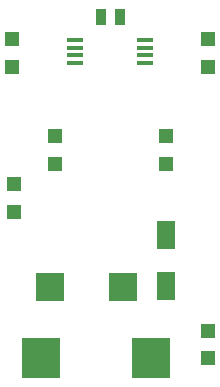
<source format=gtp>
G04*
G04 #@! TF.GenerationSoftware,Altium Limited,Altium Designer,24.9.1 (31)*
G04*
G04 Layer_Color=8421504*
%FSLAX44Y44*%
%MOMM*%
G71*
G04*
G04 #@! TF.SameCoordinates,E9E1D246-21B5-4CF0-A3F4-6B989E9CA9DD*
G04*
G04*
G04 #@! TF.FilePolarity,Positive*
G04*
G01*
G75*
%ADD13R,1.1500X1.1500*%
%ADD14R,3.2500X3.4300*%
%ADD15R,1.5500X2.3500*%
%ADD16R,0.9600X1.3900*%
%ADD17R,1.4750X0.4500*%
%ADD18R,2.3700X2.4300*%
D13*
X69000Y359250D02*
D03*
Y382750D02*
D03*
X235000Y112250D02*
D03*
Y135750D02*
D03*
X71000Y259750D02*
D03*
Y236250D02*
D03*
X199000Y300500D02*
D03*
Y277000D02*
D03*
X235000Y359250D02*
D03*
Y382750D02*
D03*
X105000Y277250D02*
D03*
Y300750D02*
D03*
D14*
X186750Y113000D02*
D03*
X93250D02*
D03*
D15*
X199000Y173500D02*
D03*
Y216500D02*
D03*
D16*
X143900Y401000D02*
D03*
X160100D02*
D03*
D17*
X181380Y381750D02*
D03*
Y375250D02*
D03*
Y368750D02*
D03*
Y362250D02*
D03*
X122620D02*
D03*
Y368750D02*
D03*
Y375250D02*
D03*
Y381750D02*
D03*
D18*
X163200Y173000D02*
D03*
X100800D02*
D03*
M02*

</source>
